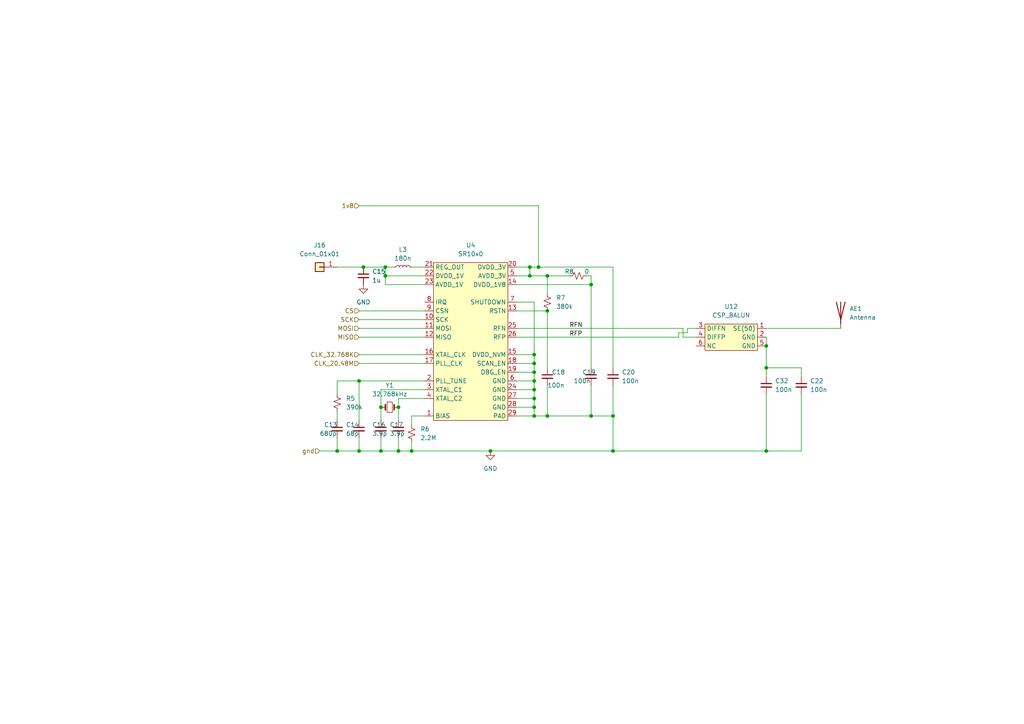
<source format=kicad_sch>
(kicad_sch
	(version 20231120)
	(generator "eeschema")
	(generator_version "8.0")
	(uuid "e7946b4b-d724-4f4f-9ffe-baea7140b82a")
	(paper "A4")
	(lib_symbols
		(symbol "0_kicad_custom_symbols:CSP_BALUN"
			(exclude_from_sim no)
			(in_bom yes)
			(on_board yes)
			(property "Reference" "U"
				(at 0 5.08 0)
				(effects
					(font
						(size 1.27 1.27)
					)
				)
			)
			(property "Value" "CSP_BALUN"
				(at 0 5.08 0)
				(effects
					(font
						(size 1.27 1.27)
					)
				)
			)
			(property "Footprint" ""
				(at 0 5.08 0)
				(effects
					(font
						(size 1.27 1.27)
					)
					(hide yes)
				)
			)
			(property "Datasheet" ""
				(at 0 5.08 0)
				(effects
					(font
						(size 1.27 1.27)
					)
					(hide yes)
				)
			)
			(property "Description" ""
				(at 0 0 0)
				(effects
					(font
						(size 1.27 1.27)
					)
					(hide yes)
				)
			)
			(symbol "CSP_BALUN_0_0"
				(pin unspecified line
					(at 10.16 2.54 180)
					(length 2.54)
					(name "SE(50)"
						(effects
							(font
								(size 1.27 1.27)
							)
						)
					)
					(number "1"
						(effects
							(font
								(size 1.27 1.27)
							)
						)
					)
				)
				(pin unspecified line
					(at 10.16 0 180)
					(length 2.54)
					(name "GND"
						(effects
							(font
								(size 1.27 1.27)
							)
						)
					)
					(number "2"
						(effects
							(font
								(size 1.27 1.27)
							)
						)
					)
				)
				(pin unspecified line
					(at -10.16 2.54 0)
					(length 2.54)
					(name "DIFFN"
						(effects
							(font
								(size 1.27 1.27)
							)
						)
					)
					(number "3"
						(effects
							(font
								(size 1.27 1.27)
							)
						)
					)
				)
				(pin unspecified line
					(at -10.16 0 0)
					(length 2.54)
					(name "DIFFP"
						(effects
							(font
								(size 1.27 1.27)
							)
						)
					)
					(number "4"
						(effects
							(font
								(size 1.27 1.27)
							)
						)
					)
				)
				(pin unspecified line
					(at 10.16 -2.54 180)
					(length 2.54)
					(name "GND"
						(effects
							(font
								(size 1.27 1.27)
							)
						)
					)
					(number "5"
						(effects
							(font
								(size 1.27 1.27)
							)
						)
					)
				)
				(pin unspecified line
					(at -10.16 -2.54 0)
					(length 2.54)
					(name "NC"
						(effects
							(font
								(size 1.27 1.27)
							)
						)
					)
					(number "6"
						(effects
							(font
								(size 1.27 1.27)
							)
						)
					)
				)
			)
			(symbol "CSP_BALUN_0_1"
				(rectangle
					(start -7.62 -3.81)
					(end 7.62 3.81)
					(stroke
						(width 0)
						(type default)
					)
					(fill
						(type background)
					)
				)
			)
		)
		(symbol "0_kicad_custom_symbols:SR10x0"
			(exclude_from_sim no)
			(in_bom yes)
			(on_board yes)
			(property "Reference" "U"
				(at 0 25.4 0)
				(effects
					(font
						(size 1.27 1.27)
					)
				)
			)
			(property "Value" "SR10x0"
				(at 0 22.86 0)
				(effects
					(font
						(size 1.27 1.27)
					)
				)
			)
			(property "Footprint" ""
				(at 0 7.62 0)
				(effects
					(font
						(size 1.27 1.27)
					)
					(hide yes)
				)
			)
			(property "Datasheet" ""
				(at 0 7.62 0)
				(effects
					(font
						(size 1.27 1.27)
					)
					(hide yes)
				)
			)
			(property "Description" ""
				(at 0 0 0)
				(effects
					(font
						(size 1.27 1.27)
					)
					(hide yes)
				)
			)
			(symbol "SR10x0_0_0"
				(pin unspecified line
					(at -12.7 -22.86 0)
					(length 2.54)
					(name "BIAS"
						(effects
							(font
								(size 1.27 1.27)
							)
						)
					)
					(number "1"
						(effects
							(font
								(size 1.27 1.27)
							)
						)
					)
				)
				(pin unspecified line
					(at -12.7 5.08 0)
					(length 2.54)
					(name "SCK"
						(effects
							(font
								(size 1.27 1.27)
							)
						)
					)
					(number "10"
						(effects
							(font
								(size 1.27 1.27)
							)
						)
					)
				)
				(pin unspecified line
					(at -12.7 2.54 0)
					(length 2.54)
					(name "MOSI"
						(effects
							(font
								(size 1.27 1.27)
							)
						)
					)
					(number "11"
						(effects
							(font
								(size 1.27 1.27)
							)
						)
					)
				)
				(pin unspecified line
					(at -12.7 0 0)
					(length 2.54)
					(name "MISO"
						(effects
							(font
								(size 1.27 1.27)
							)
						)
					)
					(number "12"
						(effects
							(font
								(size 1.27 1.27)
							)
						)
					)
				)
				(pin unspecified line
					(at 13.97 7.62 180)
					(length 2.54)
					(name "RSTN"
						(effects
							(font
								(size 1.27 1.27)
							)
						)
					)
					(number "13"
						(effects
							(font
								(size 1.27 1.27)
							)
						)
					)
				)
				(pin unspecified line
					(at 13.97 15.24 180)
					(length 2.54)
					(name "DVDD_1V8"
						(effects
							(font
								(size 1.27 1.27)
							)
						)
					)
					(number "14"
						(effects
							(font
								(size 1.27 1.27)
							)
						)
					)
				)
				(pin unspecified line
					(at 13.97 -5.08 180)
					(length 2.54)
					(name "DVDD_NVM"
						(effects
							(font
								(size 1.27 1.27)
							)
						)
					)
					(number "15"
						(effects
							(font
								(size 1.27 1.27)
							)
						)
					)
				)
				(pin unspecified line
					(at -12.7 -5.08 0)
					(length 2.54)
					(name "XTAL_CLK"
						(effects
							(font
								(size 1.27 1.27)
							)
						)
					)
					(number "16"
						(effects
							(font
								(size 1.27 1.27)
							)
						)
					)
				)
				(pin unspecified line
					(at -12.7 -7.62 0)
					(length 2.54)
					(name "PLL_CLK"
						(effects
							(font
								(size 1.27 1.27)
							)
						)
					)
					(number "17"
						(effects
							(font
								(size 1.27 1.27)
							)
						)
					)
				)
				(pin unspecified line
					(at 13.97 -7.62 180)
					(length 2.54)
					(name "SCAN_EN"
						(effects
							(font
								(size 1.27 1.27)
							)
						)
					)
					(number "18"
						(effects
							(font
								(size 1.27 1.27)
							)
						)
					)
				)
				(pin unspecified line
					(at 13.97 -10.16 180)
					(length 2.54)
					(name "DBG_EN"
						(effects
							(font
								(size 1.27 1.27)
							)
						)
					)
					(number "19"
						(effects
							(font
								(size 1.27 1.27)
							)
						)
					)
				)
				(pin unspecified line
					(at -12.7 -12.7 0)
					(length 2.54)
					(name "PLL_TUNE"
						(effects
							(font
								(size 1.27 1.27)
							)
						)
					)
					(number "2"
						(effects
							(font
								(size 1.27 1.27)
							)
						)
					)
				)
				(pin unspecified line
					(at 13.97 20.32 180)
					(length 2.54)
					(name "DVDD_3V"
						(effects
							(font
								(size 1.27 1.27)
							)
						)
					)
					(number "20"
						(effects
							(font
								(size 1.27 1.27)
							)
						)
					)
				)
				(pin unspecified line
					(at -12.7 20.32 0)
					(length 2.54)
					(name "REG_OUT"
						(effects
							(font
								(size 1.27 1.27)
							)
						)
					)
					(number "21"
						(effects
							(font
								(size 1.27 1.27)
							)
						)
					)
				)
				(pin unspecified line
					(at -12.7 17.78 0)
					(length 2.54)
					(name "DVDD_1V"
						(effects
							(font
								(size 1.27 1.27)
							)
						)
					)
					(number "22"
						(effects
							(font
								(size 1.27 1.27)
							)
						)
					)
				)
				(pin unspecified line
					(at -12.7 15.24 0)
					(length 2.54)
					(name "AVDD_1V"
						(effects
							(font
								(size 1.27 1.27)
							)
						)
					)
					(number "23"
						(effects
							(font
								(size 1.27 1.27)
							)
						)
					)
				)
				(pin unspecified line
					(at 13.97 -15.24 180)
					(length 2.54)
					(name "GND"
						(effects
							(font
								(size 1.27 1.27)
							)
						)
					)
					(number "24"
						(effects
							(font
								(size 1.27 1.27)
							)
						)
					)
				)
				(pin unspecified line
					(at 13.97 2.54 180)
					(length 2.54)
					(name "RFN"
						(effects
							(font
								(size 1.27 1.27)
							)
						)
					)
					(number "25"
						(effects
							(font
								(size 1.27 1.27)
							)
						)
					)
				)
				(pin unspecified line
					(at 13.97 0 180)
					(length 2.54)
					(name "RFP"
						(effects
							(font
								(size 1.27 1.27)
							)
						)
					)
					(number "26"
						(effects
							(font
								(size 1.27 1.27)
							)
						)
					)
				)
				(pin unspecified line
					(at 13.97 -17.78 180)
					(length 2.54)
					(name "GND"
						(effects
							(font
								(size 1.27 1.27)
							)
						)
					)
					(number "27"
						(effects
							(font
								(size 1.27 1.27)
							)
						)
					)
				)
				(pin unspecified line
					(at 13.97 -20.32 180)
					(length 2.54)
					(name "GND"
						(effects
							(font
								(size 1.27 1.27)
							)
						)
					)
					(number "28"
						(effects
							(font
								(size 1.27 1.27)
							)
						)
					)
				)
				(pin unspecified line
					(at 13.97 -22.86 180)
					(length 2.54)
					(name "PAD"
						(effects
							(font
								(size 1.27 1.27)
							)
						)
					)
					(number "29"
						(effects
							(font
								(size 1.27 1.27)
							)
						)
					)
				)
				(pin unspecified line
					(at -12.7 -15.24 0)
					(length 2.54)
					(name "XTAL_C1"
						(effects
							(font
								(size 1.27 1.27)
							)
						)
					)
					(number "3"
						(effects
							(font
								(size 1.27 1.27)
							)
						)
					)
				)
				(pin unspecified line
					(at -12.7 -17.78 0)
					(length 2.54)
					(name "XTAL_C2"
						(effects
							(font
								(size 1.27 1.27)
							)
						)
					)
					(number "4"
						(effects
							(font
								(size 1.27 1.27)
							)
						)
					)
				)
				(pin unspecified line
					(at 13.97 17.78 180)
					(length 2.54)
					(name "AVDD_3V"
						(effects
							(font
								(size 1.27 1.27)
							)
						)
					)
					(number "5"
						(effects
							(font
								(size 1.27 1.27)
							)
						)
					)
				)
				(pin unspecified line
					(at 13.97 -12.7 180)
					(length 2.54)
					(name "GND"
						(effects
							(font
								(size 1.27 1.27)
							)
						)
					)
					(number "6"
						(effects
							(font
								(size 1.27 1.27)
							)
						)
					)
				)
				(pin unspecified line
					(at 13.97 10.16 180)
					(length 2.54)
					(name "SHUTDOWN"
						(effects
							(font
								(size 1.27 1.27)
							)
						)
					)
					(number "7"
						(effects
							(font
								(size 1.27 1.27)
							)
						)
					)
				)
				(pin unspecified line
					(at -12.7 10.16 0)
					(length 2.54)
					(name "IRQ"
						(effects
							(font
								(size 1.27 1.27)
							)
						)
					)
					(number "8"
						(effects
							(font
								(size 1.27 1.27)
							)
						)
					)
				)
				(pin unspecified line
					(at -12.7 7.62 0)
					(length 2.54)
					(name "CSN"
						(effects
							(font
								(size 1.27 1.27)
							)
						)
					)
					(number "9"
						(effects
							(font
								(size 1.27 1.27)
							)
						)
					)
				)
			)
			(symbol "SR10x0_0_1"
				(rectangle
					(start -10.16 -24.13)
					(end 11.43 21.59)
					(stroke
						(width 0)
						(type default)
					)
					(fill
						(type background)
					)
				)
			)
		)
		(symbol "Connector_Generic:Conn_01x01"
			(pin_names
				(offset 1.016) hide)
			(exclude_from_sim no)
			(in_bom yes)
			(on_board yes)
			(property "Reference" "J"
				(at 0 2.54 0)
				(effects
					(font
						(size 1.27 1.27)
					)
				)
			)
			(property "Value" "Conn_01x01"
				(at 0 -2.54 0)
				(effects
					(font
						(size 1.27 1.27)
					)
				)
			)
			(property "Footprint" ""
				(at 0 0 0)
				(effects
					(font
						(size 1.27 1.27)
					)
					(hide yes)
				)
			)
			(property "Datasheet" "~"
				(at 0 0 0)
				(effects
					(font
						(size 1.27 1.27)
					)
					(hide yes)
				)
			)
			(property "Description" "Generic connector, single row, 01x01, script generated (kicad-library-utils/schlib/autogen/connector/)"
				(at 0 0 0)
				(effects
					(font
						(size 1.27 1.27)
					)
					(hide yes)
				)
			)
			(property "ki_keywords" "connector"
				(at 0 0 0)
				(effects
					(font
						(size 1.27 1.27)
					)
					(hide yes)
				)
			)
			(property "ki_fp_filters" "Connector*:*_1x??_*"
				(at 0 0 0)
				(effects
					(font
						(size 1.27 1.27)
					)
					(hide yes)
				)
			)
			(symbol "Conn_01x01_1_1"
				(rectangle
					(start -1.27 0.127)
					(end 0 -0.127)
					(stroke
						(width 0.1524)
						(type default)
					)
					(fill
						(type none)
					)
				)
				(rectangle
					(start -1.27 1.27)
					(end 1.27 -1.27)
					(stroke
						(width 0.254)
						(type default)
					)
					(fill
						(type background)
					)
				)
				(pin passive line
					(at -5.08 0 0)
					(length 3.81)
					(name "Pin_1"
						(effects
							(font
								(size 1.27 1.27)
							)
						)
					)
					(number "1"
						(effects
							(font
								(size 1.27 1.27)
							)
						)
					)
				)
			)
		)
		(symbol "Device:Antenna"
			(pin_numbers hide)
			(pin_names
				(offset 1.016) hide)
			(exclude_from_sim no)
			(in_bom yes)
			(on_board yes)
			(property "Reference" "AE"
				(at -1.905 1.905 0)
				(effects
					(font
						(size 1.27 1.27)
					)
					(justify right)
				)
			)
			(property "Value" "Antenna"
				(at -1.905 0 0)
				(effects
					(font
						(size 1.27 1.27)
					)
					(justify right)
				)
			)
			(property "Footprint" ""
				(at 0 0 0)
				(effects
					(font
						(size 1.27 1.27)
					)
					(hide yes)
				)
			)
			(property "Datasheet" "~"
				(at 0 0 0)
				(effects
					(font
						(size 1.27 1.27)
					)
					(hide yes)
				)
			)
			(property "Description" "Antenna"
				(at 0 0 0)
				(effects
					(font
						(size 1.27 1.27)
					)
					(hide yes)
				)
			)
			(property "ki_keywords" "antenna"
				(at 0 0 0)
				(effects
					(font
						(size 1.27 1.27)
					)
					(hide yes)
				)
			)
			(symbol "Antenna_0_1"
				(polyline
					(pts
						(xy 0 2.54) (xy 0 -3.81)
					)
					(stroke
						(width 0.254)
						(type default)
					)
					(fill
						(type none)
					)
				)
				(polyline
					(pts
						(xy 1.27 2.54) (xy 0 -2.54) (xy -1.27 2.54)
					)
					(stroke
						(width 0.254)
						(type default)
					)
					(fill
						(type none)
					)
				)
			)
			(symbol "Antenna_1_1"
				(pin input line
					(at 0 -5.08 90)
					(length 2.54)
					(name "A"
						(effects
							(font
								(size 1.27 1.27)
							)
						)
					)
					(number "1"
						(effects
							(font
								(size 1.27 1.27)
							)
						)
					)
				)
			)
		)
		(symbol "Device:C_Small"
			(pin_numbers hide)
			(pin_names
				(offset 0.254) hide)
			(exclude_from_sim no)
			(in_bom yes)
			(on_board yes)
			(property "Reference" "C"
				(at 0.254 1.778 0)
				(effects
					(font
						(size 1.27 1.27)
					)
					(justify left)
				)
			)
			(property "Value" "C_Small"
				(at 0.254 -2.032 0)
				(effects
					(font
						(size 1.27 1.27)
					)
					(justify left)
				)
			)
			(property "Footprint" ""
				(at 0 0 0)
				(effects
					(font
						(size 1.27 1.27)
					)
					(hide yes)
				)
			)
			(property "Datasheet" "~"
				(at 0 0 0)
				(effects
					(font
						(size 1.27 1.27)
					)
					(hide yes)
				)
			)
			(property "Description" "Unpolarized capacitor, small symbol"
				(at 0 0 0)
				(effects
					(font
						(size 1.27 1.27)
					)
					(hide yes)
				)
			)
			(property "ki_keywords" "capacitor cap"
				(at 0 0 0)
				(effects
					(font
						(size 1.27 1.27)
					)
					(hide yes)
				)
			)
			(property "ki_fp_filters" "C_*"
				(at 0 0 0)
				(effects
					(font
						(size 1.27 1.27)
					)
					(hide yes)
				)
			)
			(symbol "C_Small_0_1"
				(polyline
					(pts
						(xy -1.524 -0.508) (xy 1.524 -0.508)
					)
					(stroke
						(width 0.3302)
						(type default)
					)
					(fill
						(type none)
					)
				)
				(polyline
					(pts
						(xy -1.524 0.508) (xy 1.524 0.508)
					)
					(stroke
						(width 0.3048)
						(type default)
					)
					(fill
						(type none)
					)
				)
			)
			(symbol "C_Small_1_1"
				(pin passive line
					(at 0 2.54 270)
					(length 2.032)
					(name "~"
						(effects
							(font
								(size 1.27 1.27)
							)
						)
					)
					(number "1"
						(effects
							(font
								(size 1.27 1.27)
							)
						)
					)
				)
				(pin passive line
					(at 0 -2.54 90)
					(length 2.032)
					(name "~"
						(effects
							(font
								(size 1.27 1.27)
							)
						)
					)
					(number "2"
						(effects
							(font
								(size 1.27 1.27)
							)
						)
					)
				)
			)
		)
		(symbol "Device:Crystal_Small"
			(pin_numbers hide)
			(pin_names
				(offset 1.016) hide)
			(exclude_from_sim no)
			(in_bom yes)
			(on_board yes)
			(property "Reference" "Y"
				(at 0 2.54 0)
				(effects
					(font
						(size 1.27 1.27)
					)
				)
			)
			(property "Value" "Crystal_Small"
				(at 0 -2.54 0)
				(effects
					(font
						(size 1.27 1.27)
					)
				)
			)
			(property "Footprint" ""
				(at 0 0 0)
				(effects
					(font
						(size 1.27 1.27)
					)
					(hide yes)
				)
			)
			(property "Datasheet" "~"
				(at 0 0 0)
				(effects
					(font
						(size 1.27 1.27)
					)
					(hide yes)
				)
			)
			(property "Description" "Two pin crystal, small symbol"
				(at 0 0 0)
				(effects
					(font
						(size 1.27 1.27)
					)
					(hide yes)
				)
			)
			(property "ki_keywords" "quartz ceramic resonator oscillator"
				(at 0 0 0)
				(effects
					(font
						(size 1.27 1.27)
					)
					(hide yes)
				)
			)
			(property "ki_fp_filters" "Crystal*"
				(at 0 0 0)
				(effects
					(font
						(size 1.27 1.27)
					)
					(hide yes)
				)
			)
			(symbol "Crystal_Small_0_1"
				(rectangle
					(start -0.762 -1.524)
					(end 0.762 1.524)
					(stroke
						(width 0)
						(type default)
					)
					(fill
						(type none)
					)
				)
				(polyline
					(pts
						(xy -1.27 -0.762) (xy -1.27 0.762)
					)
					(stroke
						(width 0.381)
						(type default)
					)
					(fill
						(type none)
					)
				)
				(polyline
					(pts
						(xy 1.27 -0.762) (xy 1.27 0.762)
					)
					(stroke
						(width 0.381)
						(type default)
					)
					(fill
						(type none)
					)
				)
			)
			(symbol "Crystal_Small_1_1"
				(pin passive line
					(at -2.54 0 0)
					(length 1.27)
					(name "1"
						(effects
							(font
								(size 1.27 1.27)
							)
						)
					)
					(number "1"
						(effects
							(font
								(size 1.27 1.27)
							)
						)
					)
				)
				(pin passive line
					(at 2.54 0 180)
					(length 1.27)
					(name "2"
						(effects
							(font
								(size 1.27 1.27)
							)
						)
					)
					(number "2"
						(effects
							(font
								(size 1.27 1.27)
							)
						)
					)
				)
			)
		)
		(symbol "Device:L_Small"
			(pin_numbers hide)
			(pin_names
				(offset 0.254) hide)
			(exclude_from_sim no)
			(in_bom yes)
			(on_board yes)
			(property "Reference" "L"
				(at 0.762 1.016 0)
				(effects
					(font
						(size 1.27 1.27)
					)
					(justify left)
				)
			)
			(property "Value" "L_Small"
				(at 0.762 -1.016 0)
				(effects
					(font
						(size 1.27 1.27)
					)
					(justify left)
				)
			)
			(property "Footprint" ""
				(at 0 0 0)
				(effects
					(font
						(size 1.27 1.27)
					)
					(hide yes)
				)
			)
			(property "Datasheet" "~"
				(at 0 0 0)
				(effects
					(font
						(size 1.27 1.27)
					)
					(hide yes)
				)
			)
			(property "Description" "Inductor, small symbol"
				(at 0 0 0)
				(effects
					(font
						(size 1.27 1.27)
					)
					(hide yes)
				)
			)
			(property "ki_keywords" "inductor choke coil reactor magnetic"
				(at 0 0 0)
				(effects
					(font
						(size 1.27 1.27)
					)
					(hide yes)
				)
			)
			(property "ki_fp_filters" "Choke_* *Coil* Inductor_* L_*"
				(at 0 0 0)
				(effects
					(font
						(size 1.27 1.27)
					)
					(hide yes)
				)
			)
			(symbol "L_Small_0_1"
				(arc
					(start 0 -2.032)
					(mid 0.5058 -1.524)
					(end 0 -1.016)
					(stroke
						(width 0)
						(type default)
					)
					(fill
						(type none)
					)
				)
				(arc
					(start 0 -1.016)
					(mid 0.5058 -0.508)
					(end 0 0)
					(stroke
						(width 0)
						(type default)
					)
					(fill
						(type none)
					)
				)
				(arc
					(start 0 0)
					(mid 0.5058 0.508)
					(end 0 1.016)
					(stroke
						(width 0)
						(type default)
					)
					(fill
						(type none)
					)
				)
				(arc
					(start 0 1.016)
					(mid 0.5058 1.524)
					(end 0 2.032)
					(stroke
						(width 0)
						(type default)
					)
					(fill
						(type none)
					)
				)
			)
			(symbol "L_Small_1_1"
				(pin passive line
					(at 0 2.54 270)
					(length 0.508)
					(name "~"
						(effects
							(font
								(size 1.27 1.27)
							)
						)
					)
					(number "1"
						(effects
							(font
								(size 1.27 1.27)
							)
						)
					)
				)
				(pin passive line
					(at 0 -2.54 90)
					(length 0.508)
					(name "~"
						(effects
							(font
								(size 1.27 1.27)
							)
						)
					)
					(number "2"
						(effects
							(font
								(size 1.27 1.27)
							)
						)
					)
				)
			)
		)
		(symbol "Device:R_Small_US"
			(pin_numbers hide)
			(pin_names
				(offset 0.254) hide)
			(exclude_from_sim no)
			(in_bom yes)
			(on_board yes)
			(property "Reference" "R"
				(at 0.762 0.508 0)
				(effects
					(font
						(size 1.27 1.27)
					)
					(justify left)
				)
			)
			(property "Value" "R_Small_US"
				(at 0.762 -1.016 0)
				(effects
					(font
						(size 1.27 1.27)
					)
					(justify left)
				)
			)
			(property "Footprint" ""
				(at 0 0 0)
				(effects
					(font
						(size 1.27 1.27)
					)
					(hide yes)
				)
			)
			(property "Datasheet" "~"
				(at 0 0 0)
				(effects
					(font
						(size 1.27 1.27)
					)
					(hide yes)
				)
			)
			(property "Description" "Resistor, small US symbol"
				(at 0 0 0)
				(effects
					(font
						(size 1.27 1.27)
					)
					(hide yes)
				)
			)
			(property "ki_keywords" "r resistor"
				(at 0 0 0)
				(effects
					(font
						(size 1.27 1.27)
					)
					(hide yes)
				)
			)
			(property "ki_fp_filters" "R_*"
				(at 0 0 0)
				(effects
					(font
						(size 1.27 1.27)
					)
					(hide yes)
				)
			)
			(symbol "R_Small_US_1_1"
				(polyline
					(pts
						(xy 0 0) (xy 1.016 -0.381) (xy 0 -0.762) (xy -1.016 -1.143) (xy 0 -1.524)
					)
					(stroke
						(width 0)
						(type default)
					)
					(fill
						(type none)
					)
				)
				(polyline
					(pts
						(xy 0 1.524) (xy 1.016 1.143) (xy 0 0.762) (xy -1.016 0.381) (xy 0 0)
					)
					(stroke
						(width 0)
						(type default)
					)
					(fill
						(type none)
					)
				)
				(pin passive line
					(at 0 2.54 270)
					(length 1.016)
					(name "~"
						(effects
							(font
								(size 1.27 1.27)
							)
						)
					)
					(number "1"
						(effects
							(font
								(size 1.27 1.27)
							)
						)
					)
				)
				(pin passive line
					(at 0 -2.54 90)
					(length 1.016)
					(name "~"
						(effects
							(font
								(size 1.27 1.27)
							)
						)
					)
					(number "2"
						(effects
							(font
								(size 1.27 1.27)
							)
						)
					)
				)
			)
		)
		(symbol "power:GND"
			(power)
			(pin_names
				(offset 0)
			)
			(exclude_from_sim no)
			(in_bom yes)
			(on_board yes)
			(property "Reference" "#PWR"
				(at 0 -6.35 0)
				(effects
					(font
						(size 1.27 1.27)
					)
					(hide yes)
				)
			)
			(property "Value" "GND"
				(at 0 -3.81 0)
				(effects
					(font
						(size 1.27 1.27)
					)
				)
			)
			(property "Footprint" ""
				(at 0 0 0)
				(effects
					(font
						(size 1.27 1.27)
					)
					(hide yes)
				)
			)
			(property "Datasheet" ""
				(at 0 0 0)
				(effects
					(font
						(size 1.27 1.27)
					)
					(hide yes)
				)
			)
			(property "Description" "Power symbol creates a global label with name \"GND\" , ground"
				(at 0 0 0)
				(effects
					(font
						(size 1.27 1.27)
					)
					(hide yes)
				)
			)
			(property "ki_keywords" "power-flag"
				(at 0 0 0)
				(effects
					(font
						(size 1.27 1.27)
					)
					(hide yes)
				)
			)
			(symbol "GND_0_1"
				(polyline
					(pts
						(xy 0 0) (xy 0 -1.27) (xy 1.27 -1.27) (xy 0 -2.54) (xy -1.27 -1.27) (xy 0 -1.27)
					)
					(stroke
						(width 0)
						(type default)
					)
					(fill
						(type none)
					)
				)
			)
			(symbol "GND_1_1"
				(pin power_in line
					(at 0 0 270)
					(length 0) hide
					(name "GND"
						(effects
							(font
								(size 1.27 1.27)
							)
						)
					)
					(number "1"
						(effects
							(font
								(size 1.27 1.27)
							)
						)
					)
				)
			)
		)
	)
	(junction
		(at 142.24 130.81)
		(diameter 0)
		(color 0 0 0 0)
		(uuid "0151bf30-1148-42cb-a685-6ed8c7c18eef")
	)
	(junction
		(at 177.8 120.65)
		(diameter 0)
		(color 0 0 0 0)
		(uuid "03b4c98f-f707-4f91-8ebb-28ee1990da44")
	)
	(junction
		(at 97.79 130.81)
		(diameter 0)
		(color 0 0 0 0)
		(uuid "076ec102-1264-42f9-b892-abc9c2acc57a")
	)
	(junction
		(at 153.67 77.47)
		(diameter 0)
		(color 0 0 0 0)
		(uuid "0f254a28-cd43-46c2-bb88-57fead51249a")
	)
	(junction
		(at 154.94 107.95)
		(diameter 0)
		(color 0 0 0 0)
		(uuid "0ff9b227-0bcb-4bda-9065-85195e7aec51")
	)
	(junction
		(at 111.76 80.01)
		(diameter 0)
		(color 0 0 0 0)
		(uuid "12da2731-4840-4556-a958-899e3d0e1d29")
	)
	(junction
		(at 115.57 130.81)
		(diameter 0)
		(color 0 0 0 0)
		(uuid "1b7cd628-6a23-4750-9d37-9cfc125333ae")
	)
	(junction
		(at 154.94 115.57)
		(diameter 0)
		(color 0 0 0 0)
		(uuid "21f367dd-3ad1-4874-9a8c-06bec15cd162")
	)
	(junction
		(at 153.67 80.01)
		(diameter 0)
		(color 0 0 0 0)
		(uuid "24b65d01-c9a5-4c81-a0c0-420a87798652")
	)
	(junction
		(at 111.76 77.47)
		(diameter 0)
		(color 0 0 0 0)
		(uuid "4b1401a7-a888-4efa-9ab1-169788a4344c")
	)
	(junction
		(at 222.25 100.33)
		(diameter 0)
		(color 0 0 0 0)
		(uuid "529124f2-f1ed-4f2d-a803-a5a134dc6aec")
	)
	(junction
		(at 154.94 120.65)
		(diameter 0)
		(color 0 0 0 0)
		(uuid "53ffe0a9-2097-4e7d-a769-6bcc949bc75a")
	)
	(junction
		(at 222.25 130.81)
		(diameter 0)
		(color 0 0 0 0)
		(uuid "62531e61-5518-4cc2-afc0-8a041587e8a8")
	)
	(junction
		(at 110.49 118.11)
		(diameter 0)
		(color 0 0 0 0)
		(uuid "77e5169f-0ea3-4de8-adfb-6176e496a736")
	)
	(junction
		(at 222.25 106.68)
		(diameter 0)
		(color 0 0 0 0)
		(uuid "7f3eacdb-7708-40d8-9bfe-1199b8e84fe0")
	)
	(junction
		(at 158.75 120.65)
		(diameter 0)
		(color 0 0 0 0)
		(uuid "8143b7f5-936d-433c-a2d0-41bde8b42601")
	)
	(junction
		(at 104.14 110.49)
		(diameter 0)
		(color 0 0 0 0)
		(uuid "8a250c79-2911-4df5-8df4-0fccf38813a1")
	)
	(junction
		(at 154.94 105.41)
		(diameter 0)
		(color 0 0 0 0)
		(uuid "8ac69a1a-a871-4950-9b25-abfb8319af1a")
	)
	(junction
		(at 156.21 77.47)
		(diameter 0)
		(color 0 0 0 0)
		(uuid "928d7cfe-9920-4cfb-ac23-984180b54bde")
	)
	(junction
		(at 154.94 118.11)
		(diameter 0)
		(color 0 0 0 0)
		(uuid "94be8abc-09f0-45be-8d7b-a1c96b414f9a")
	)
	(junction
		(at 104.14 130.81)
		(diameter 0)
		(color 0 0 0 0)
		(uuid "9de57010-2301-4135-bfe5-758ae0dd931e")
	)
	(junction
		(at 171.45 120.65)
		(diameter 0)
		(color 0 0 0 0)
		(uuid "9fc8db6b-9197-4af4-8038-3cf5d1675576")
	)
	(junction
		(at 105.41 77.47)
		(diameter 0)
		(color 0 0 0 0)
		(uuid "a148bb97-7cb1-4693-80d8-f0fc1c631a41")
	)
	(junction
		(at 171.45 82.55)
		(diameter 0)
		(color 0 0 0 0)
		(uuid "a2f39c5a-96f1-46fd-9310-ca8f6ecd3d0b")
	)
	(junction
		(at 119.38 130.81)
		(diameter 0)
		(color 0 0 0 0)
		(uuid "aba79e4e-c43e-4138-ac15-ab95c2a04479")
	)
	(junction
		(at 154.94 113.03)
		(diameter 0)
		(color 0 0 0 0)
		(uuid "b95683a8-81d2-4480-bba0-af0d442afd65")
	)
	(junction
		(at 177.8 130.81)
		(diameter 0)
		(color 0 0 0 0)
		(uuid "bb24c6b0-69e9-4ac6-8159-033c3804f0bf")
	)
	(junction
		(at 158.75 90.17)
		(diameter 0)
		(color 0 0 0 0)
		(uuid "bef3e79c-2d7f-4113-b2d4-1830adb75967")
	)
	(junction
		(at 158.75 80.01)
		(diameter 0)
		(color 0 0 0 0)
		(uuid "c02f07d6-c465-4869-b870-6e4291fb3c7f")
	)
	(junction
		(at 154.94 110.49)
		(diameter 0)
		(color 0 0 0 0)
		(uuid "c7fcc16b-9931-4f99-ba43-89ccb2e04372")
	)
	(junction
		(at 115.57 118.11)
		(diameter 0)
		(color 0 0 0 0)
		(uuid "c894df66-1fe0-412c-98d9-29965ea89b30")
	)
	(junction
		(at 110.49 130.81)
		(diameter 0)
		(color 0 0 0 0)
		(uuid "ed921c6f-8d9e-46f5-a9c5-0c7acb2ad24a")
	)
	(junction
		(at 154.94 102.87)
		(diameter 0)
		(color 0 0 0 0)
		(uuid "ee1efdd4-81e2-4b00-93d9-5ddb8a358136")
	)
	(wire
		(pts
			(xy 149.86 90.17) (xy 158.75 90.17)
		)
		(stroke
			(width 0)
			(type default)
		)
		(uuid "003531f5-59f4-489d-84da-956d52607190")
	)
	(wire
		(pts
			(xy 158.75 120.65) (xy 171.45 120.65)
		)
		(stroke
			(width 0)
			(type default)
		)
		(uuid "05f601fb-1aff-4245-9ca3-1748eaf293f9")
	)
	(wire
		(pts
			(xy 154.94 120.65) (xy 154.94 118.11)
		)
		(stroke
			(width 0)
			(type default)
		)
		(uuid "07c6fef5-aad9-4e6c-baf8-2235d8b33886")
	)
	(wire
		(pts
			(xy 119.38 123.19) (xy 119.38 120.65)
		)
		(stroke
			(width 0)
			(type default)
		)
		(uuid "08204f30-043f-4883-bfcd-bf8672112580")
	)
	(wire
		(pts
			(xy 104.14 97.79) (xy 123.19 97.79)
		)
		(stroke
			(width 0)
			(type default)
		)
		(uuid "0a542213-7863-4f13-8cbf-e8a57115d7c5")
	)
	(wire
		(pts
			(xy 149.86 115.57) (xy 154.94 115.57)
		)
		(stroke
			(width 0)
			(type default)
		)
		(uuid "0b57d041-1042-4975-8f5f-fe935a8663fe")
	)
	(wire
		(pts
			(xy 171.45 82.55) (xy 171.45 80.01)
		)
		(stroke
			(width 0)
			(type default)
		)
		(uuid "0c31a194-5cca-48c4-9d17-bfaeeee60c54")
	)
	(wire
		(pts
			(xy 199.39 95.25) (xy 199.39 96.52)
		)
		(stroke
			(width 0)
			(type default)
		)
		(uuid "12fb66df-760b-4427-b9c9-c551f6f6908b")
	)
	(wire
		(pts
			(xy 222.25 106.68) (xy 222.25 109.22)
		)
		(stroke
			(width 0)
			(type default)
		)
		(uuid "132523bd-dfe1-43ec-80e1-ea5eb3c315d6")
	)
	(wire
		(pts
			(xy 97.79 110.49) (xy 104.14 110.49)
		)
		(stroke
			(width 0)
			(type default)
		)
		(uuid "149fe5e3-c5de-4b00-a4da-9988610fa252")
	)
	(wire
		(pts
			(xy 156.21 77.47) (xy 156.21 59.69)
		)
		(stroke
			(width 0)
			(type default)
		)
		(uuid "15cd9d22-38b9-4f3d-a562-d0644861f6f6")
	)
	(wire
		(pts
			(xy 232.41 106.68) (xy 222.25 106.68)
		)
		(stroke
			(width 0)
			(type default)
		)
		(uuid "1d6e6861-2bac-4bc0-aad3-eb4928a060d1")
	)
	(wire
		(pts
			(xy 149.86 97.79) (xy 196.85 97.79)
		)
		(stroke
			(width 0)
			(type default)
		)
		(uuid "2132b993-0665-4c4e-8feb-2012cd0025e0")
	)
	(wire
		(pts
			(xy 177.8 120.65) (xy 171.45 120.65)
		)
		(stroke
			(width 0)
			(type default)
		)
		(uuid "230e1b32-abd0-42c2-8e2c-4c1ce7b4423f")
	)
	(wire
		(pts
			(xy 115.57 118.11) (xy 115.57 121.92)
		)
		(stroke
			(width 0)
			(type default)
		)
		(uuid "24e0adb2-6d54-47b6-bee3-01d2d039e6dc")
	)
	(wire
		(pts
			(xy 110.49 113.03) (xy 123.19 113.03)
		)
		(stroke
			(width 0)
			(type default)
		)
		(uuid "27eec292-db7f-4d26-82a8-8d97acc6ba2b")
	)
	(wire
		(pts
			(xy 222.25 100.33) (xy 222.25 106.68)
		)
		(stroke
			(width 0)
			(type default)
		)
		(uuid "2a36e0b9-24cc-4e8b-93f2-687062ca23c5")
	)
	(wire
		(pts
			(xy 104.14 130.81) (xy 110.49 130.81)
		)
		(stroke
			(width 0)
			(type default)
		)
		(uuid "2e240f88-7232-4f87-8615-294a7f7734ae")
	)
	(wire
		(pts
			(xy 154.94 120.65) (xy 158.75 120.65)
		)
		(stroke
			(width 0)
			(type default)
		)
		(uuid "3262ce87-8029-4a56-a29a-8089ae6e5a59")
	)
	(wire
		(pts
			(xy 119.38 77.47) (xy 123.19 77.47)
		)
		(stroke
			(width 0)
			(type default)
		)
		(uuid "33b0217c-b4ff-4de1-9261-e34b6ff8a0d3")
	)
	(wire
		(pts
			(xy 170.18 80.01) (xy 171.45 80.01)
		)
		(stroke
			(width 0)
			(type default)
		)
		(uuid "353ab95e-9d39-4510-8c8d-939b71fd1536")
	)
	(wire
		(pts
			(xy 149.86 95.25) (xy 198.12 95.25)
		)
		(stroke
			(width 0)
			(type default)
		)
		(uuid "35470870-0d4e-44be-8ed1-d59b815191f2")
	)
	(wire
		(pts
			(xy 142.24 130.81) (xy 119.38 130.81)
		)
		(stroke
			(width 0)
			(type default)
		)
		(uuid "38816841-5d62-49e6-8088-69d175a2af8e")
	)
	(wire
		(pts
			(xy 222.25 114.3) (xy 222.25 130.81)
		)
		(stroke
			(width 0)
			(type default)
		)
		(uuid "38c093b1-4617-45e2-9acb-5e3781710331")
	)
	(wire
		(pts
			(xy 154.94 107.95) (xy 154.94 110.49)
		)
		(stroke
			(width 0)
			(type default)
		)
		(uuid "39ac3426-5046-49d6-a48c-f54b57a87631")
	)
	(wire
		(pts
			(xy 149.86 120.65) (xy 154.94 120.65)
		)
		(stroke
			(width 0)
			(type default)
		)
		(uuid "3c36da5c-133a-4ed4-8757-815d1812ec18")
	)
	(wire
		(pts
			(xy 104.14 105.41) (xy 123.19 105.41)
		)
		(stroke
			(width 0)
			(type default)
		)
		(uuid "4344b8fd-b142-4fc5-92ce-805de17acedf")
	)
	(wire
		(pts
			(xy 153.67 80.01) (xy 158.75 80.01)
		)
		(stroke
			(width 0)
			(type default)
		)
		(uuid "43fb9cc2-c8c4-4930-a626-6bb50c7b4e96")
	)
	(wire
		(pts
			(xy 111.76 77.47) (xy 114.3 77.47)
		)
		(stroke
			(width 0)
			(type default)
		)
		(uuid "4c670306-2a51-4778-bfe1-475c2b5cf28f")
	)
	(wire
		(pts
			(xy 198.12 95.25) (xy 198.12 97.79)
		)
		(stroke
			(width 0)
			(type default)
		)
		(uuid "522771f7-a928-442e-8ded-b867778ec3d8")
	)
	(wire
		(pts
			(xy 196.85 96.52) (xy 196.85 97.79)
		)
		(stroke
			(width 0)
			(type default)
		)
		(uuid "52f7d1c0-de6a-490f-af2a-2d2970b728f0")
	)
	(wire
		(pts
			(xy 149.86 102.87) (xy 154.94 102.87)
		)
		(stroke
			(width 0)
			(type default)
		)
		(uuid "53c8f187-c4b3-4c43-9643-47f630bf39d5")
	)
	(wire
		(pts
			(xy 104.14 59.69) (xy 156.21 59.69)
		)
		(stroke
			(width 0)
			(type default)
		)
		(uuid "54b7f6f2-e1b4-48a1-87bb-b2ee46dccf2e")
	)
	(wire
		(pts
			(xy 149.86 87.63) (xy 154.94 87.63)
		)
		(stroke
			(width 0)
			(type default)
		)
		(uuid "56cf07a2-050c-47fe-a283-cacd5436e682")
	)
	(wire
		(pts
			(xy 149.86 113.03) (xy 154.94 113.03)
		)
		(stroke
			(width 0)
			(type default)
		)
		(uuid "5a7ea48c-73a4-447c-a454-fe05b3a17726")
	)
	(wire
		(pts
			(xy 156.21 77.47) (xy 177.8 77.47)
		)
		(stroke
			(width 0)
			(type default)
		)
		(uuid "5bbb8cc0-3d42-4dc5-9ff0-d2817a5b9a4d")
	)
	(wire
		(pts
			(xy 111.76 82.55) (xy 123.19 82.55)
		)
		(stroke
			(width 0)
			(type default)
		)
		(uuid "5ed4184e-6fcb-472f-bfbd-58bd0407a79a")
	)
	(wire
		(pts
			(xy 104.14 110.49) (xy 104.14 121.92)
		)
		(stroke
			(width 0)
			(type default)
		)
		(uuid "5f288793-c60e-49a2-b9e2-28022d85963a")
	)
	(wire
		(pts
			(xy 154.94 118.11) (xy 154.94 115.57)
		)
		(stroke
			(width 0)
			(type default)
		)
		(uuid "6061f0a0-0f05-49c7-ad53-a20ab4695e8b")
	)
	(wire
		(pts
			(xy 104.14 102.87) (xy 123.19 102.87)
		)
		(stroke
			(width 0)
			(type default)
		)
		(uuid "69430845-e1d3-4086-9a4e-1d2bb8c20776")
	)
	(wire
		(pts
			(xy 153.67 77.47) (xy 149.86 77.47)
		)
		(stroke
			(width 0)
			(type default)
		)
		(uuid "6aa2b36c-c06c-4e6e-910b-f1d002c87bc0")
	)
	(wire
		(pts
			(xy 115.57 118.11) (xy 115.57 115.57)
		)
		(stroke
			(width 0)
			(type default)
		)
		(uuid "6dacda71-4bb3-4536-8dca-d85264482a57")
	)
	(wire
		(pts
			(xy 97.79 119.38) (xy 97.79 121.92)
		)
		(stroke
			(width 0)
			(type default)
		)
		(uuid "6e0a09bd-4465-4bb4-adf0-d2b77978e48f")
	)
	(wire
		(pts
			(xy 201.93 95.25) (xy 199.39 95.25)
		)
		(stroke
			(width 0)
			(type default)
		)
		(uuid "72a2f90a-1c42-4de4-861f-cdd39e23cf9c")
	)
	(wire
		(pts
			(xy 149.86 80.01) (xy 153.67 80.01)
		)
		(stroke
			(width 0)
			(type default)
		)
		(uuid "73294eab-c39a-49d7-bd83-c38d355a3d16")
	)
	(wire
		(pts
			(xy 104.14 110.49) (xy 123.19 110.49)
		)
		(stroke
			(width 0)
			(type default)
		)
		(uuid "7410eb21-a17d-4c3a-9d1c-66ca6c4e4f8a")
	)
	(wire
		(pts
			(xy 111.76 80.01) (xy 111.76 77.47)
		)
		(stroke
			(width 0)
			(type default)
		)
		(uuid "77c2ac57-10e2-4b38-84f1-379b65329272")
	)
	(wire
		(pts
			(xy 177.8 111.76) (xy 177.8 120.65)
		)
		(stroke
			(width 0)
			(type default)
		)
		(uuid "787c29f9-1dc1-47a0-a5ec-b9b4be77acc7")
	)
	(wire
		(pts
			(xy 177.8 130.81) (xy 142.24 130.81)
		)
		(stroke
			(width 0)
			(type default)
		)
		(uuid "79abc05e-0a2b-49a4-899c-a83d5933629a")
	)
	(wire
		(pts
			(xy 222.25 95.25) (xy 243.84 95.25)
		)
		(stroke
			(width 0)
			(type default)
		)
		(uuid "7af22046-d8b2-4c49-ac5e-060dc6c0fa3d")
	)
	(wire
		(pts
			(xy 97.79 130.81) (xy 104.14 130.81)
		)
		(stroke
			(width 0)
			(type default)
		)
		(uuid "7c791bfb-13c9-4582-ae38-3c130e76d0d3")
	)
	(wire
		(pts
			(xy 119.38 130.81) (xy 119.38 128.27)
		)
		(stroke
			(width 0)
			(type default)
		)
		(uuid "7dea40ad-275e-4356-bed4-ccf3ba29d326")
	)
	(wire
		(pts
			(xy 158.75 90.17) (xy 158.75 106.68)
		)
		(stroke
			(width 0)
			(type default)
		)
		(uuid "7ed24067-a2b8-4196-8aec-58c040b703f6")
	)
	(wire
		(pts
			(xy 154.94 102.87) (xy 154.94 105.41)
		)
		(stroke
			(width 0)
			(type default)
		)
		(uuid "83857c3d-2cbd-4c8e-8c7c-98e34fd467ad")
	)
	(wire
		(pts
			(xy 232.41 114.3) (xy 232.41 130.81)
		)
		(stroke
			(width 0)
			(type default)
		)
		(uuid "84536ecb-424a-41da-b86e-943cd804cae2")
	)
	(wire
		(pts
			(xy 177.8 120.65) (xy 177.8 130.81)
		)
		(stroke
			(width 0)
			(type default)
		)
		(uuid "85cfeb1a-bf37-4808-a748-9565fc1c7347")
	)
	(wire
		(pts
			(xy 222.25 97.79) (xy 222.25 100.33)
		)
		(stroke
			(width 0)
			(type default)
		)
		(uuid "8d2ab680-6343-43c5-8ccb-3ea49634cb52")
	)
	(wire
		(pts
			(xy 97.79 77.47) (xy 105.41 77.47)
		)
		(stroke
			(width 0)
			(type default)
		)
		(uuid "9078d887-2b21-4709-99fb-5f91573623f9")
	)
	(wire
		(pts
			(xy 149.86 105.41) (xy 154.94 105.41)
		)
		(stroke
			(width 0)
			(type default)
		)
		(uuid "92c8f4ba-57a0-4b44-a303-4d654bc72976")
	)
	(wire
		(pts
			(xy 177.8 106.68) (xy 177.8 77.47)
		)
		(stroke
			(width 0)
			(type default)
		)
		(uuid "94088670-ad40-43cc-ae57-791e8cbd3452")
	)
	(wire
		(pts
			(xy 154.94 113.03) (xy 154.94 110.49)
		)
		(stroke
			(width 0)
			(type default)
		)
		(uuid "94089b98-2d82-406f-8a80-337361221ce4")
	)
	(wire
		(pts
			(xy 104.14 92.71) (xy 123.19 92.71)
		)
		(stroke
			(width 0)
			(type default)
		)
		(uuid "9542e327-eba8-46f7-aed4-55ee1c3fc056")
	)
	(wire
		(pts
			(xy 104.14 90.17) (xy 123.19 90.17)
		)
		(stroke
			(width 0)
			(type default)
		)
		(uuid "97d54b80-940f-44e5-bdc3-3b6cea0fb1f2")
	)
	(wire
		(pts
			(xy 199.39 96.52) (xy 196.85 96.52)
		)
		(stroke
			(width 0)
			(type default)
		)
		(uuid "995b7a6c-b6b2-4a3c-8e85-c3efda7643d5")
	)
	(wire
		(pts
			(xy 171.45 111.76) (xy 171.45 120.65)
		)
		(stroke
			(width 0)
			(type default)
		)
		(uuid "9a71fac4-4866-4df6-a57c-bd454b0d4339")
	)
	(wire
		(pts
			(xy 153.67 77.47) (xy 156.21 77.47)
		)
		(stroke
			(width 0)
			(type default)
		)
		(uuid "9ae60c5c-92f3-4f70-834d-25d808b76bb6")
	)
	(wire
		(pts
			(xy 154.94 105.41) (xy 154.94 107.95)
		)
		(stroke
			(width 0)
			(type default)
		)
		(uuid "9e4b97eb-4976-4e38-b382-13dce10abf22")
	)
	(wire
		(pts
			(xy 153.67 80.01) (xy 153.67 77.47)
		)
		(stroke
			(width 0)
			(type default)
		)
		(uuid "a0b5c368-7584-4b36-a252-2bd9a327c91c")
	)
	(wire
		(pts
			(xy 149.86 107.95) (xy 154.94 107.95)
		)
		(stroke
			(width 0)
			(type default)
		)
		(uuid "a37c735a-2152-4ac4-a272-81f2e0f038f5")
	)
	(wire
		(pts
			(xy 104.14 127) (xy 104.14 130.81)
		)
		(stroke
			(width 0)
			(type default)
		)
		(uuid "a580d05d-14a5-4336-9fca-b548086d8f4b")
	)
	(wire
		(pts
			(xy 154.94 110.49) (xy 149.86 110.49)
		)
		(stroke
			(width 0)
			(type default)
		)
		(uuid "a788b7fc-7ef8-478c-b36c-a2a6b077e821")
	)
	(wire
		(pts
			(xy 154.94 115.57) (xy 154.94 113.03)
		)
		(stroke
			(width 0)
			(type default)
		)
		(uuid "b042a06f-b474-47fc-a765-45ecb82c1f65")
	)
	(wire
		(pts
			(xy 110.49 127) (xy 110.49 130.81)
		)
		(stroke
			(width 0)
			(type default)
		)
		(uuid "b076bfca-9ea3-4259-9da1-efe42ed5037f")
	)
	(wire
		(pts
			(xy 92.71 130.81) (xy 97.79 130.81)
		)
		(stroke
			(width 0)
			(type default)
		)
		(uuid "b11424e4-e31d-44b3-b6cf-30c417df2ea5")
	)
	(wire
		(pts
			(xy 158.75 80.01) (xy 158.75 85.09)
		)
		(stroke
			(width 0)
			(type default)
		)
		(uuid "b42e1c8c-9923-4646-80d5-8d1b090d4d24")
	)
	(wire
		(pts
			(xy 104.14 95.25) (xy 123.19 95.25)
		)
		(stroke
			(width 0)
			(type default)
		)
		(uuid "bdc076ad-284d-4a5c-a0f7-e0a1296625c2")
	)
	(wire
		(pts
			(xy 119.38 120.65) (xy 123.19 120.65)
		)
		(stroke
			(width 0)
			(type default)
		)
		(uuid "c070f01a-a44a-4bbe-9d93-4d212e5ac004")
	)
	(wire
		(pts
			(xy 232.41 130.81) (xy 222.25 130.81)
		)
		(stroke
			(width 0)
			(type default)
		)
		(uuid "c82bdd9b-2fd1-4e21-b75a-9e1fd37e9e4e")
	)
	(wire
		(pts
			(xy 149.86 82.55) (xy 171.45 82.55)
		)
		(stroke
			(width 0)
			(type default)
		)
		(uuid "c98df6e3-449c-4e15-ae92-cd773bbd7104")
	)
	(wire
		(pts
			(xy 111.76 80.01) (xy 111.76 82.55)
		)
		(stroke
			(width 0)
			(type default)
		)
		(uuid "ced8cea5-cc58-429e-b4a4-11da3f300118")
	)
	(wire
		(pts
			(xy 115.57 130.81) (xy 119.38 130.81)
		)
		(stroke
			(width 0)
			(type default)
		)
		(uuid "cfa3111f-0202-4412-a89e-1e37cf87f17b")
	)
	(wire
		(pts
			(xy 123.19 80.01) (xy 111.76 80.01)
		)
		(stroke
			(width 0)
			(type default)
		)
		(uuid "d43728df-b095-48b0-a30e-11027ec27355")
	)
	(wire
		(pts
			(xy 97.79 114.3) (xy 97.79 110.49)
		)
		(stroke
			(width 0)
			(type default)
		)
		(uuid "d7cd0b7c-0af1-4621-8144-6cdceda5a7d8")
	)
	(wire
		(pts
			(xy 110.49 130.81) (xy 115.57 130.81)
		)
		(stroke
			(width 0)
			(type default)
		)
		(uuid "db42ed81-ee0b-4c07-be19-9c851ee43f61")
	)
	(wire
		(pts
			(xy 97.79 127) (xy 97.79 130.81)
		)
		(stroke
			(width 0)
			(type default)
		)
		(uuid "e0589db7-dc55-4fd2-81e9-c1e4cd9f4f84")
	)
	(wire
		(pts
			(xy 177.8 130.81) (xy 222.25 130.81)
		)
		(stroke
			(width 0)
			(type default)
		)
		(uuid "e2130da5-6bfd-4cff-a6e0-ce36fa9ed320")
	)
	(wire
		(pts
			(xy 158.75 111.76) (xy 158.75 120.65)
		)
		(stroke
			(width 0)
			(type default)
		)
		(uuid "e3b2b9c5-55bb-4a3c-b09f-8d4b4d3230fb")
	)
	(wire
		(pts
			(xy 115.57 127) (xy 115.57 130.81)
		)
		(stroke
			(width 0)
			(type default)
		)
		(uuid "eb1e94fb-46bf-4309-9aa6-b58f72743675")
	)
	(wire
		(pts
			(xy 149.86 118.11) (xy 154.94 118.11)
		)
		(stroke
			(width 0)
			(type default)
		)
		(uuid "edabf3db-f18a-4100-b4f9-299575a8cc60")
	)
	(wire
		(pts
			(xy 154.94 87.63) (xy 154.94 102.87)
		)
		(stroke
			(width 0)
			(type default)
		)
		(uuid "ee49344d-ea18-46fd-9a12-f5cc3bd87b3e")
	)
	(wire
		(pts
			(xy 110.49 121.92) (xy 110.49 118.11)
		)
		(stroke
			(width 0)
			(type default)
		)
		(uuid "ef9ab9de-65de-453b-92d1-8911d65e0733")
	)
	(wire
		(pts
			(xy 115.57 115.57) (xy 123.19 115.57)
		)
		(stroke
			(width 0)
			(type default)
		)
		(uuid "f1c90a01-d865-4407-8359-f50e1ba5b802")
	)
	(wire
		(pts
			(xy 232.41 109.22) (xy 232.41 106.68)
		)
		(stroke
			(width 0)
			(type default)
		)
		(uuid "f332515c-3d62-46a6-80a1-192c418e6622")
	)
	(wire
		(pts
			(xy 171.45 82.55) (xy 171.45 106.68)
		)
		(stroke
			(width 0)
			(type default)
		)
		(uuid "f50f6d48-e347-424d-ac66-cc75cddda72f")
	)
	(wire
		(pts
			(xy 158.75 80.01) (xy 165.1 80.01)
		)
		(stroke
			(width 0)
			(type default)
		)
		(uuid "f56a09e7-0c3e-4a7b-9e22-02196bcb3e68")
	)
	(wire
		(pts
			(xy 198.12 97.79) (xy 201.93 97.79)
		)
		(stroke
			(width 0)
			(type default)
		)
		(uuid "fb5ab6dd-c31b-4f90-be15-e03aed389487")
	)
	(wire
		(pts
			(xy 105.41 77.47) (xy 111.76 77.47)
		)
		(stroke
			(width 0)
			(type default)
		)
		(uuid "fcd839b8-4e38-4a62-9735-18b2332e1e1b")
	)
	(wire
		(pts
			(xy 110.49 118.11) (xy 110.49 113.03)
		)
		(stroke
			(width 0)
			(type default)
		)
		(uuid "fe9155f7-7886-4354-aff3-85fd3939a5be")
	)
	(label "RFN"
		(at 165.1 95.25 0)
		(fields_autoplaced yes)
		(effects
			(font
				(size 1.27 1.27)
			)
			(justify left bottom)
		)
		(uuid "a68e03da-b674-4fa3-abbd-bf5edfd58541")
	)
	(label "RFP"
		(at 165.1 97.79 0)
		(fields_autoplaced yes)
		(effects
			(font
				(size 1.27 1.27)
			)
			(justify left bottom)
		)
		(uuid "c91af2de-c914-4fd3-97c2-839e6e911ed7")
	)
	(hierarchical_label "MOSI"
		(shape input)
		(at 104.14 95.25 180)
		(fields_autoplaced yes)
		(effects
			(font
				(size 1.27 1.27)
			)
			(justify right)
		)
		(uuid "2bd10789-7467-46b1-87b8-b8e937105913")
	)
	(hierarchical_label "CLK_32.768K"
		(shape input)
		(at 104.14 102.87 180)
		(fields_autoplaced yes)
		(effects
			(font
				(size 1.27 1.27)
			)
			(justify right)
		)
		(uuid "42f5c2c0-5ecf-4fea-8c2f-11ebb127001f")
	)
	(hierarchical_label "1v8"
		(shape input)
		(at 104.14 59.69 180)
		(fields_autoplaced yes)
		(effects
			(font
				(size 1.27 1.27)
			)
			(justify right)
		)
		(uuid "635460c7-29cb-4e3e-a116-d103c01d1a83")
	)
	(hierarchical_label "SCK"
		(shape input)
		(at 104.14 92.71 180)
		(fields_autoplaced yes)
		(effects
			(font
				(size 1.27 1.27)
			)
			(justify right)
		)
		(uuid "641cd7c7-6aff-4c5a-a4ea-2d66cb4939ca")
	)
	(hierarchical_label "MISO"
		(shape input)
		(at 104.14 97.79 180)
		(fields_autoplaced yes)
		(effects
			(font
				(size 1.27 1.27)
			)
			(justify right)
		)
		(uuid "8194092d-63da-4e49-be42-a349938031b2")
	)
	(hierarchical_label "gnd"
		(shape input)
		(at 92.71 130.81 180)
		(fields_autoplaced yes)
		(effects
			(font
				(size 1.27 1.27)
			)
			(justify right)
		)
		(uuid "89623a12-2002-424d-90c5-b0f99624d7de")
	)
	(hierarchical_label "CS"
		(shape input)
		(at 104.14 90.17 180)
		(fields_autoplaced yes)
		(effects
			(font
				(size 1.27 1.27)
			)
			(justify right)
		)
		(uuid "8a1c9936-e4ff-4ba7-b064-e04b2cf114fc")
	)
	(hierarchical_label "CLK_20.48M"
		(shape input)
		(at 104.14 105.41 180)
		(fields_autoplaced yes)
		(effects
			(font
				(size 1.27 1.27)
			)
			(justify right)
		)
		(uuid "fb09536f-d9b6-4e89-9e2d-541d712b1750")
	)
	(symbol
		(lib_id "Device:C_Small")
		(at 177.8 109.22 0)
		(unit 1)
		(exclude_from_sim no)
		(in_bom yes)
		(on_board yes)
		(dnp no)
		(fields_autoplaced yes)
		(uuid "03a1448a-da5b-41e1-adc9-bb24d5cc6f7c")
		(property "Reference" "C20"
			(at 180.34 107.9562 0)
			(effects
				(font
					(size 1.27 1.27)
				)
				(justify left)
			)
		)
		(property "Value" "100n"
			(at 180.34 110.4962 0)
			(effects
				(font
					(size 1.27 1.27)
				)
				(justify left)
			)
		)
		(property "Footprint" "Capacitor_SMD:C_0402_1005Metric"
			(at 177.8 109.22 0)
			(effects
				(font
					(size 1.27 1.27)
				)
				(hide yes)
			)
		)
		(property "Datasheet" "~"
			(at 177.8 109.22 0)
			(effects
				(font
					(size 1.27 1.27)
				)
				(hide yes)
			)
		)
		(property "Description" ""
			(at 177.8 109.22 0)
			(effects
				(font
					(size 1.27 1.27)
				)
				(hide yes)
			)
		)
		(pin "1"
			(uuid "3c27153b-f09c-4ac0-99a7-e9d70edc9e0c")
		)
		(pin "2"
			(uuid "1e91c51c-5a5c-4a10-b9fe-bdc036b6ceb2")
		)
		(instances
			(project "controller test board"
				(path "/e63e39d7-6ac0-4ffd-8aa3-1841a4541b55/6e05a547-6691-433f-b263-8939d6a0bcc0"
					(reference "C20")
					(unit 1)
				)
			)
		)
	)
	(symbol
		(lib_id "Device:R_Small_US")
		(at 97.79 116.84 180)
		(unit 1)
		(exclude_from_sim no)
		(in_bom yes)
		(on_board yes)
		(dnp no)
		(uuid "1400fbd3-386c-4fd5-820f-d860fee974d8")
		(property "Reference" "R5"
			(at 100.33 115.57 0)
			(effects
				(font
					(size 1.27 1.27)
				)
				(justify right)
			)
		)
		(property "Value" "390k"
			(at 100.33 118.1099 0)
			(effects
				(font
					(size 1.27 1.27)
				)
				(justify right)
			)
		)
		(property "Footprint" "Resistor_SMD:R_0402_1005Metric"
			(at 97.79 116.84 0)
			(effects
				(font
					(size 1.27 1.27)
				)
				(hide yes)
			)
		)
		(property "Datasheet" "~"
			(at 97.79 116.84 0)
			(effects
				(font
					(size 1.27 1.27)
				)
				(hide yes)
			)
		)
		(property "Description" ""
			(at 97.79 116.84 0)
			(effects
				(font
					(size 1.27 1.27)
				)
				(hide yes)
			)
		)
		(pin "1"
			(uuid "4b0c929c-a3b3-42b7-ae43-e70254c10fde")
		)
		(pin "2"
			(uuid "617edc4b-bc47-43be-b281-95c12292b49c")
		)
		(instances
			(project "controller test board"
				(path "/e63e39d7-6ac0-4ffd-8aa3-1841a4541b55/6e05a547-6691-433f-b263-8939d6a0bcc0"
					(reference "R5")
					(unit 1)
				)
			)
		)
	)
	(symbol
		(lib_id "0_kicad_custom_symbols:SR10x0")
		(at 135.89 97.79 0)
		(unit 1)
		(exclude_from_sim no)
		(in_bom yes)
		(on_board yes)
		(dnp no)
		(fields_autoplaced yes)
		(uuid "17d46a6f-3cf5-4782-ad4f-f4c3f133c275")
		(property "Reference" "U4"
			(at 136.525 71.12 0)
			(effects
				(font
					(size 1.27 1.27)
				)
			)
		)
		(property "Value" "SR10x0"
			(at 136.525 73.66 0)
			(effects
				(font
					(size 1.27 1.27)
				)
			)
		)
		(property "Footprint" "Package_DFN_QFN:QFN-28-1EP_4x4mm_P0.4mm_EP2.3x2.3mm"
			(at 135.89 90.17 0)
			(effects
				(font
					(size 1.27 1.27)
				)
				(hide yes)
			)
		)
		(property "Datasheet" ""
			(at 135.89 90.17 0)
			(effects
				(font
					(size 1.27 1.27)
				)
				(hide yes)
			)
		)
		(property "Description" ""
			(at 135.89 97.79 0)
			(effects
				(font
					(size 1.27 1.27)
				)
				(hide yes)
			)
		)
		(pin "1"
			(uuid "f0cf88e3-355d-4203-82f9-6f754b2c5c03")
		)
		(pin "10"
			(uuid "adfa4838-685a-4725-99ae-0e0e13b5f1a6")
		)
		(pin "11"
			(uuid "35a3dfb5-7522-490f-8a5e-8b22023e36c8")
		)
		(pin "12"
			(uuid "8ff7a6a4-cf21-4de6-b871-6bb65062a5be")
		)
		(pin "13"
			(uuid "bacc5907-fb5c-40ae-bb17-a55fdac4e308")
		)
		(pin "14"
			(uuid "526d3e2b-294d-4177-babc-531f05082502")
		)
		(pin "15"
			(uuid "99921108-fc3a-4c6c-9ed4-96ac31935220")
		)
		(pin "16"
			(uuid "5e48ba79-87c2-4582-b351-f9a0b064c414")
		)
		(pin "17"
			(uuid "a35b90ef-cb3c-43f8-a0c1-8021d78e1016")
		)
		(pin "18"
			(uuid "1858edc6-fb7b-4262-a293-ea5a3fb081f4")
		)
		(pin "19"
			(uuid "3964cb38-9abc-446f-b3da-9a156f6abf11")
		)
		(pin "2"
			(uuid "d7cd209b-1818-4fa3-90c1-284fbcf41f99")
		)
		(pin "20"
			(uuid "78dc7f3b-4390-4b54-8380-7d27edb3fd27")
		)
		(pin "21"
			(uuid "c435873f-949c-46d3-a664-dbc9f839a6d0")
		)
		(pin "22"
			(uuid "e721fdcb-93c2-4483-803e-01f533a021e1")
		)
		(pin "23"
			(uuid "d5fb20a2-aae6-4baf-a91b-23852a25d6b2")
		)
		(pin "24"
			(uuid "bf20ff96-e8a0-4e98-af1d-f57b4c35cae3")
		)
		(pin "25"
			(uuid "7896c8e4-1d66-46c8-bb01-32d29a88b7cd")
		)
		(pin "26"
			(uuid "39e5997a-987a-4ee7-a817-249890977648")
		)
		(pin "27"
			(uuid "0e8685e6-bf29-4bba-9b64-d3d3b3db4eec")
		)
		(pin "28"
			(uuid "054827b7-1ad8-4ac9-a7e7-0591af8161ab")
		)
		(pin "29"
			(uuid "6240c00a-c8d7-4dd6-a50e-5bc643b9e0b2")
		)
		(pin "3"
			(uuid "9e8bc824-58d8-4839-a7ca-086eff37a0e9")
		)
		(pin "4"
			(uuid "2f8620b7-9433-4e25-a40c-c81477a41799")
		)
		(pin "5"
			(uuid "1b67974e-6093-4417-b158-f7425a20560e")
		)
		(pin "6"
			(uuid "301ebc9a-f533-446d-a252-7a9107951acd")
		)
		(pin "7"
			(uuid "8abb9c4e-765e-4916-a42a-3667985d5fa6")
		)
		(pin "8"
			(uuid "3cb129c1-6b7e-4278-aa36-f432f7353026")
		)
		(pin "9"
			(uuid "bb47a4e3-c776-4503-bc91-85dc178b6b2c")
		)
		(instances
			(project "controller test board"
				(path "/e63e39d7-6ac0-4ffd-8aa3-1841a4541b55/6e05a547-6691-433f-b263-8939d6a0bcc0"
					(reference "U4")
					(unit 1)
				)
			)
		)
	)
	(symbol
		(lib_id "Device:C_Small")
		(at 222.25 111.76 0)
		(unit 1)
		(exclude_from_sim no)
		(in_bom yes)
		(on_board yes)
		(dnp no)
		(fields_autoplaced yes)
		(uuid "202bc257-c76c-4747-b231-9941b98d8623")
		(property "Reference" "C32"
			(at 224.79 110.4962 0)
			(effects
				(font
					(size 1.27 1.27)
				)
				(justify left)
			)
		)
		(property "Value" "100n"
			(at 224.79 113.0362 0)
			(effects
				(font
					(size 1.27 1.27)
				)
				(justify left)
			)
		)
		(property "Footprint" "Capacitor_SMD:C_0402_1005Metric"
			(at 222.25 111.76 0)
			(effects
				(font
					(size 1.27 1.27)
				)
				(hide yes)
			)
		)
		(property "Datasheet" "~"
			(at 222.25 111.76 0)
			(effects
				(font
					(size 1.27 1.27)
				)
				(hide yes)
			)
		)
		(property "Description" ""
			(at 222.25 111.76 0)
			(effects
				(font
					(size 1.27 1.27)
				)
				(hide yes)
			)
		)
		(pin "1"
			(uuid "1ccf590c-4fe2-486f-aa23-869e065b1dfa")
		)
		(pin "2"
			(uuid "cba2494a-f54d-4dd4-a45e-40b0c6106afd")
		)
		(instances
			(project "controller test board"
				(path "/e63e39d7-6ac0-4ffd-8aa3-1841a4541b55/6e05a547-6691-433f-b263-8939d6a0bcc0"
					(reference "C32")
					(unit 1)
				)
			)
		)
	)
	(symbol
		(lib_id "Device:C_Small")
		(at 158.75 109.22 0)
		(unit 1)
		(exclude_from_sim no)
		(in_bom yes)
		(on_board yes)
		(dnp no)
		(uuid "240354cc-63da-42da-a0bd-b1e39c7ef835")
		(property "Reference" "C18"
			(at 160.02 107.95 0)
			(effects
				(font
					(size 1.27 1.27)
				)
				(justify left)
			)
		)
		(property "Value" "100n"
			(at 158.75 111.76 0)
			(effects
				(font
					(size 1.27 1.27)
				)
				(justify left)
			)
		)
		(property "Footprint" "Capacitor_SMD:C_0402_1005Metric"
			(at 158.75 109.22 0)
			(effects
				(font
					(size 1.27 1.27)
				)
				(hide yes)
			)
		)
		(property "Datasheet" "~"
			(at 158.75 109.22 0)
			(effects
				(font
					(size 1.27 1.27)
				)
				(hide yes)
			)
		)
		(property "Description" ""
			(at 158.75 109.22 0)
			(effects
				(font
					(size 1.27 1.27)
				)
				(hide yes)
			)
		)
		(pin "1"
			(uuid "909a5852-e76c-4992-99a7-ef792a7018a6")
		)
		(pin "2"
			(uuid "86a37c0b-6017-416f-92cb-005c1ebc739f")
		)
		(instances
			(project "controller test board"
				(path "/e63e39d7-6ac0-4ffd-8aa3-1841a4541b55/6e05a547-6691-433f-b263-8939d6a0bcc0"
					(reference "C18")
					(unit 1)
				)
			)
		)
	)
	(symbol
		(lib_id "Device:R_Small_US")
		(at 158.75 87.63 180)
		(unit 1)
		(exclude_from_sim no)
		(in_bom yes)
		(on_board yes)
		(dnp no)
		(uuid "368b7f6b-c5c4-4829-9932-19b65eb1c785")
		(property "Reference" "R7"
			(at 161.29 86.36 0)
			(effects
				(font
					(size 1.27 1.27)
				)
				(justify right)
			)
		)
		(property "Value" "380k"
			(at 161.29 88.8999 0)
			(effects
				(font
					(size 1.27 1.27)
				)
				(justify right)
			)
		)
		(property "Footprint" "Resistor_SMD:R_0402_1005Metric"
			(at 158.75 87.63 0)
			(effects
				(font
					(size 1.27 1.27)
				)
				(hide yes)
			)
		)
		(property "Datasheet" "~"
			(at 158.75 87.63 0)
			(effects
				(font
					(size 1.27 1.27)
				)
				(hide yes)
			)
		)
		(property "Description" ""
			(at 158.75 87.63 0)
			(effects
				(font
					(size 1.27 1.27)
				)
				(hide yes)
			)
		)
		(pin "1"
			(uuid "2be17e02-0688-49cb-8565-e209571740cd")
		)
		(pin "2"
			(uuid "e0d926c9-0f8e-4012-8b06-09d4ce4db7df")
		)
		(instances
			(project "controller test board"
				(path "/e63e39d7-6ac0-4ffd-8aa3-1841a4541b55/6e05a547-6691-433f-b263-8939d6a0bcc0"
					(reference "R7")
					(unit 1)
				)
			)
		)
	)
	(symbol
		(lib_id "Device:L_Small")
		(at 116.84 77.47 90)
		(unit 1)
		(exclude_from_sim no)
		(in_bom yes)
		(on_board yes)
		(dnp no)
		(fields_autoplaced yes)
		(uuid "388281e1-b43d-4b8f-b65e-306c154ee8a1")
		(property "Reference" "L3"
			(at 116.84 72.39 90)
			(effects
				(font
					(size 1.27 1.27)
				)
			)
		)
		(property "Value" "180n"
			(at 116.84 74.93 90)
			(effects
				(font
					(size 1.27 1.27)
				)
			)
		)
		(property "Footprint" "Inductor_SMD:L_0603_1608Metric"
			(at 116.84 77.47 0)
			(effects
				(font
					(size 1.27 1.27)
				)
				(hide yes)
			)
		)
		(property "Datasheet" "~"
			(at 116.84 77.47 0)
			(effects
				(font
					(size 1.27 1.27)
				)
				(hide yes)
			)
		)
		(property "Description" ""
			(at 116.84 77.47 0)
			(effects
				(font
					(size 1.27 1.27)
				)
				(hide yes)
			)
		)
		(pin "1"
			(uuid "d5e3ebaa-d161-4fd6-98ed-c1157c43c7bc")
		)
		(pin "2"
			(uuid "732854eb-a869-4171-89fe-6b16b507fd52")
		)
		(instances
			(project "controller test board"
				(path "/e63e39d7-6ac0-4ffd-8aa3-1841a4541b55/6e05a547-6691-433f-b263-8939d6a0bcc0"
					(reference "L3")
					(unit 1)
				)
			)
		)
	)
	(symbol
		(lib_id "Device:C_Small")
		(at 171.45 109.22 0)
		(unit 1)
		(exclude_from_sim no)
		(in_bom yes)
		(on_board yes)
		(dnp no)
		(uuid "40c6c1e1-9924-4d31-891b-37d6cbf886e2")
		(property "Reference" "C19"
			(at 168.91 107.95 0)
			(effects
				(font
					(size 1.27 1.27)
				)
				(justify left)
			)
		)
		(property "Value" "100n"
			(at 166.37 110.49 0)
			(effects
				(font
					(size 1.27 1.27)
				)
				(justify left)
			)
		)
		(property "Footprint" "Capacitor_SMD:C_0402_1005Metric"
			(at 171.45 109.22 0)
			(effects
				(font
					(size 1.27 1.27)
				)
				(hide yes)
			)
		)
		(property "Datasheet" "~"
			(at 171.45 109.22 0)
			(effects
				(font
					(size 1.27 1.27)
				)
				(hide yes)
			)
		)
		(property "Description" ""
			(at 171.45 109.22 0)
			(effects
				(font
					(size 1.27 1.27)
				)
				(hide yes)
			)
		)
		(pin "1"
			(uuid "238404e8-aa7b-401a-9254-59bb7e4ed152")
		)
		(pin "2"
			(uuid "b4846530-dcc8-44ce-8cb9-7b691b8f20aa")
		)
		(instances
			(project "controller test board"
				(path "/e63e39d7-6ac0-4ffd-8aa3-1841a4541b55/6e05a547-6691-433f-b263-8939d6a0bcc0"
					(reference "C19")
					(unit 1)
				)
			)
		)
	)
	(symbol
		(lib_id "Device:C_Small")
		(at 110.49 124.46 0)
		(unit 1)
		(exclude_from_sim no)
		(in_bom yes)
		(on_board yes)
		(dnp no)
		(uuid "4453b4b4-6975-422f-831a-b6a6b5e9c033")
		(property "Reference" "C16"
			(at 107.95 123.19 0)
			(effects
				(font
					(size 1.27 1.27)
				)
				(justify left)
			)
		)
		(property "Value" "3.9p"
			(at 107.95 125.73 0)
			(effects
				(font
					(size 1.27 1.27)
				)
				(justify left)
			)
		)
		(property "Footprint" "Capacitor_SMD:C_0402_1005Metric"
			(at 110.49 124.46 0)
			(effects
				(font
					(size 1.27 1.27)
				)
				(hide yes)
			)
		)
		(property "Datasheet" "~"
			(at 110.49 124.46 0)
			(effects
				(font
					(size 1.27 1.27)
				)
				(hide yes)
			)
		)
		(property "Description" ""
			(at 110.49 124.46 0)
			(effects
				(font
					(size 1.27 1.27)
				)
				(hide yes)
			)
		)
		(pin "1"
			(uuid "5e9605c9-8cc3-4e06-981c-656ae72392d4")
		)
		(pin "2"
			(uuid "5279c81c-c4e4-4ed6-98ed-5acd2cae5df3")
		)
		(instances
			(project "controller test board"
				(path "/e63e39d7-6ac0-4ffd-8aa3-1841a4541b55/6e05a547-6691-433f-b263-8939d6a0bcc0"
					(reference "C16")
					(unit 1)
				)
			)
		)
	)
	(symbol
		(lib_id "Device:R_Small_US")
		(at 119.38 125.73 180)
		(unit 1)
		(exclude_from_sim no)
		(in_bom yes)
		(on_board yes)
		(dnp no)
		(uuid "573cb8ca-5ef4-4daf-acc4-6baf50a6370a")
		(property "Reference" "R6"
			(at 121.92 124.46 0)
			(effects
				(font
					(size 1.27 1.27)
				)
				(justify right)
			)
		)
		(property "Value" "2.2M"
			(at 121.92 126.9999 0)
			(effects
				(font
					(size 1.27 1.27)
				)
				(justify right)
			)
		)
		(property "Footprint" "Resistor_SMD:R_0402_1005Metric"
			(at 119.38 125.73 0)
			(effects
				(font
					(size 1.27 1.27)
				)
				(hide yes)
			)
		)
		(property "Datasheet" "~"
			(at 119.38 125.73 0)
			(effects
				(font
					(size 1.27 1.27)
				)
				(hide yes)
			)
		)
		(property "Description" ""
			(at 119.38 125.73 0)
			(effects
				(font
					(size 1.27 1.27)
				)
				(hide yes)
			)
		)
		(pin "1"
			(uuid "d617d87d-0ff8-411b-a0e5-502a56064601")
		)
		(pin "2"
			(uuid "f489be76-27fa-43ad-99a8-70923819d61c")
		)
		(instances
			(project "controller test board"
				(path "/e63e39d7-6ac0-4ffd-8aa3-1841a4541b55/6e05a547-6691-433f-b263-8939d6a0bcc0"
					(reference "R6")
					(unit 1)
				)
			)
		)
	)
	(symbol
		(lib_id "Device:C_Small")
		(at 97.79 124.46 0)
		(unit 1)
		(exclude_from_sim no)
		(in_bom yes)
		(on_board yes)
		(dnp no)
		(uuid "7cbd23f9-3610-4264-860b-52bca94b4075")
		(property "Reference" "C13"
			(at 93.98 123.19 0)
			(effects
				(font
					(size 1.27 1.27)
				)
				(justify left)
			)
		)
		(property "Value" "680p"
			(at 92.71 125.73 0)
			(effects
				(font
					(size 1.27 1.27)
				)
				(justify left)
			)
		)
		(property "Footprint" "Capacitor_SMD:C_0402_1005Metric"
			(at 97.79 124.46 0)
			(effects
				(font
					(size 1.27 1.27)
				)
				(hide yes)
			)
		)
		(property "Datasheet" "~"
			(at 97.79 124.46 0)
			(effects
				(font
					(size 1.27 1.27)
				)
				(hide yes)
			)
		)
		(property "Description" ""
			(at 97.79 124.46 0)
			(effects
				(font
					(size 1.27 1.27)
				)
				(hide yes)
			)
		)
		(pin "1"
			(uuid "09442b0e-da9b-4333-9578-cf971d8758c5")
		)
		(pin "2"
			(uuid "e8375cde-158e-4fbb-a4d8-946872d0d89c")
		)
		(instances
			(project "controller test board"
				(path "/e63e39d7-6ac0-4ffd-8aa3-1841a4541b55/6e05a547-6691-433f-b263-8939d6a0bcc0"
					(reference "C13")
					(unit 1)
				)
			)
		)
	)
	(symbol
		(lib_id "Device:C_Small")
		(at 115.57 124.46 0)
		(unit 1)
		(exclude_from_sim no)
		(in_bom yes)
		(on_board yes)
		(dnp no)
		(uuid "846aa9fb-338e-4db0-97fd-7c9c03ac6898")
		(property "Reference" "C17"
			(at 113.03 123.19 0)
			(effects
				(font
					(size 1.27 1.27)
				)
				(justify left)
			)
		)
		(property "Value" "3.9p"
			(at 113.03 125.73 0)
			(effects
				(font
					(size 1.27 1.27)
				)
				(justify left)
			)
		)
		(property "Footprint" "Capacitor_SMD:C_0402_1005Metric"
			(at 115.57 124.46 0)
			(effects
				(font
					(size 1.27 1.27)
				)
				(hide yes)
			)
		)
		(property "Datasheet" "~"
			(at 115.57 124.46 0)
			(effects
				(font
					(size 1.27 1.27)
				)
				(hide yes)
			)
		)
		(property "Description" ""
			(at 115.57 124.46 0)
			(effects
				(font
					(size 1.27 1.27)
				)
				(hide yes)
			)
		)
		(pin "1"
			(uuid "0bf67f95-63e0-4cf9-975e-9fca1866cc10")
		)
		(pin "2"
			(uuid "2859a760-a315-41ce-9867-42c9328eff85")
		)
		(instances
			(project "controller test board"
				(path "/e63e39d7-6ac0-4ffd-8aa3-1841a4541b55/6e05a547-6691-433f-b263-8939d6a0bcc0"
					(reference "C17")
					(unit 1)
				)
			)
		)
	)
	(symbol
		(lib_id "power:GND")
		(at 105.41 82.55 0)
		(unit 1)
		(exclude_from_sim no)
		(in_bom yes)
		(on_board yes)
		(dnp no)
		(fields_autoplaced yes)
		(uuid "8ca05ad7-48ca-45d1-a61c-8ce2708e7989")
		(property "Reference" "#PWR0114"
			(at 105.41 88.9 0)
			(effects
				(font
					(size 1.27 1.27)
				)
				(hide yes)
			)
		)
		(property "Value" "GND"
			(at 105.41 87.63 0)
			(effects
				(font
					(size 1.27 1.27)
				)
			)
		)
		(property "Footprint" ""
			(at 105.41 82.55 0)
			(effects
				(font
					(size 1.27 1.27)
				)
				(hide yes)
			)
		)
		(property "Datasheet" ""
			(at 105.41 82.55 0)
			(effects
				(font
					(size 1.27 1.27)
				)
				(hide yes)
			)
		)
		(property "Description" ""
			(at 105.41 82.55 0)
			(effects
				(font
					(size 1.27 1.27)
				)
				(hide yes)
			)
		)
		(pin "1"
			(uuid "656fccdf-a858-47be-abe9-0503848f3b41")
		)
		(instances
			(project "controller test board"
				(path "/e63e39d7-6ac0-4ffd-8aa3-1841a4541b55/6e05a547-6691-433f-b263-8939d6a0bcc0"
					(reference "#PWR0114")
					(unit 1)
				)
			)
		)
	)
	(symbol
		(lib_id "Device:C_Small")
		(at 104.14 124.46 0)
		(unit 1)
		(exclude_from_sim no)
		(in_bom yes)
		(on_board yes)
		(dnp no)
		(uuid "a18ff18d-52ca-4622-a378-e8f56d04033a")
		(property "Reference" "C14"
			(at 100.33 123.19 0)
			(effects
				(font
					(size 1.27 1.27)
				)
				(justify left)
			)
		)
		(property "Value" "68p"
			(at 100.33 125.73 0)
			(effects
				(font
					(size 1.27 1.27)
				)
				(justify left)
			)
		)
		(property "Footprint" "Capacitor_SMD:C_0402_1005Metric"
			(at 104.14 124.46 0)
			(effects
				(font
					(size 1.27 1.27)
				)
				(hide yes)
			)
		)
		(property "Datasheet" "~"
			(at 104.14 124.46 0)
			(effects
				(font
					(size 1.27 1.27)
				)
				(hide yes)
			)
		)
		(property "Description" ""
			(at 104.14 124.46 0)
			(effects
				(font
					(size 1.27 1.27)
				)
				(hide yes)
			)
		)
		(pin "1"
			(uuid "a4d41beb-09eb-4709-8bc1-34c23837ced2")
		)
		(pin "2"
			(uuid "63eb113d-72cf-4edf-bc73-b9b4b75323f7")
		)
		(instances
			(project "controller test board"
				(path "/e63e39d7-6ac0-4ffd-8aa3-1841a4541b55/6e05a547-6691-433f-b263-8939d6a0bcc0"
					(reference "C14")
					(unit 1)
				)
			)
		)
	)
	(symbol
		(lib_id "Connector_Generic:Conn_01x01")
		(at 92.71 77.47 0)
		(mirror y)
		(unit 1)
		(exclude_from_sim no)
		(in_bom yes)
		(on_board yes)
		(dnp no)
		(fields_autoplaced yes)
		(uuid "a3c43b4a-23a7-4779-ae02-f0d30798e7ed")
		(property "Reference" "J16"
			(at 92.71 71.12 0)
			(effects
				(font
					(size 1.27 1.27)
				)
			)
		)
		(property "Value" "Conn_01x01"
			(at 92.71 73.66 0)
			(effects
				(font
					(size 1.27 1.27)
				)
			)
		)
		(property "Footprint" "Connector_PinHeader_2.54mm:PinHeader_1x01_P2.54mm_Vertical"
			(at 92.71 77.47 0)
			(effects
				(font
					(size 1.27 1.27)
				)
				(hide yes)
			)
		)
		(property "Datasheet" "~"
			(at 92.71 77.47 0)
			(effects
				(font
					(size 1.27 1.27)
				)
				(hide yes)
			)
		)
		(property "Description" ""
			(at 92.71 77.47 0)
			(effects
				(font
					(size 1.27 1.27)
				)
				(hide yes)
			)
		)
		(pin "1"
			(uuid "7e3afd0a-edc2-479e-ba8f-4f69fa916e02")
		)
		(instances
			(project "controller test board"
				(path "/e63e39d7-6ac0-4ffd-8aa3-1841a4541b55/6e05a547-6691-433f-b263-8939d6a0bcc0"
					(reference "J16")
					(unit 1)
				)
			)
		)
	)
	(symbol
		(lib_id "Device:C_Small")
		(at 232.41 111.76 0)
		(unit 1)
		(exclude_from_sim no)
		(in_bom yes)
		(on_board yes)
		(dnp no)
		(fields_autoplaced yes)
		(uuid "a64cd181-83a0-452b-b453-1daec1aaaf38")
		(property "Reference" "C22"
			(at 234.95 110.4962 0)
			(effects
				(font
					(size 1.27 1.27)
				)
				(justify left)
			)
		)
		(property "Value" "100n"
			(at 234.95 113.0362 0)
			(effects
				(font
					(size 1.27 1.27)
				)
				(justify left)
			)
		)
		(property "Footprint" "Capacitor_SMD:C_0402_1005Metric"
			(at 232.41 111.76 0)
			(effects
				(font
					(size 1.27 1.27)
				)
				(hide yes)
			)
		)
		(property "Datasheet" "~"
			(at 232.41 111.76 0)
			(effects
				(font
					(size 1.27 1.27)
				)
				(hide yes)
			)
		)
		(property "Description" ""
			(at 232.41 111.76 0)
			(effects
				(font
					(size 1.27 1.27)
				)
				(hide yes)
			)
		)
		(pin "1"
			(uuid "a076b93d-034f-48f0-98f4-6f4d2a27b0ad")
		)
		(pin "2"
			(uuid "b323e5db-2651-48a3-948b-c6e792edad22")
		)
		(instances
			(project "controller test board"
				(path "/e63e39d7-6ac0-4ffd-8aa3-1841a4541b55/6e05a547-6691-433f-b263-8939d6a0bcc0"
					(reference "C22")
					(unit 1)
				)
			)
		)
	)
	(symbol
		(lib_id "Device:Crystal_Small")
		(at 113.03 118.11 0)
		(unit 1)
		(exclude_from_sim no)
		(in_bom yes)
		(on_board yes)
		(dnp no)
		(fields_autoplaced yes)
		(uuid "acf4f524-fc76-4512-89b7-475e5825ad70")
		(property "Reference" "Y1"
			(at 113.03 111.76 0)
			(effects
				(font
					(size 1.27 1.27)
				)
			)
		)
		(property "Value" "32.768kHz"
			(at 113.03 114.3 0)
			(effects
				(font
					(size 1.27 1.27)
				)
			)
		)
		(property "Footprint" "Crystal:Crystal_SMD_MicroCrystal_CM9V-T1A-2Pin_1.6x1.0mm_HandSoldering"
			(at 113.03 118.11 0)
			(effects
				(font
					(size 1.27 1.27)
				)
				(hide yes)
			)
		)
		(property "Datasheet" "~"
			(at 113.03 118.11 0)
			(effects
				(font
					(size 1.27 1.27)
				)
				(hide yes)
			)
		)
		(property "Description" ""
			(at 113.03 118.11 0)
			(effects
				(font
					(size 1.27 1.27)
				)
				(hide yes)
			)
		)
		(pin "1"
			(uuid "1ceca03a-f8f2-4010-b86d-48b676d933ec")
		)
		(pin "2"
			(uuid "be7fa36e-76d0-45aa-8e70-7b6a33824775")
		)
		(instances
			(project "controller test board"
				(path "/e63e39d7-6ac0-4ffd-8aa3-1841a4541b55/6e05a547-6691-433f-b263-8939d6a0bcc0"
					(reference "Y1")
					(unit 1)
				)
			)
		)
	)
	(symbol
		(lib_id "0_kicad_custom_symbols:CSP_BALUN")
		(at 212.09 97.79 0)
		(unit 1)
		(exclude_from_sim no)
		(in_bom yes)
		(on_board yes)
		(dnp no)
		(fields_autoplaced yes)
		(uuid "ba78aba3-4a13-45cc-a42b-869df5ffc2f7")
		(property "Reference" "U12"
			(at 212.09 88.9 0)
			(effects
				(font
					(size 1.27 1.27)
				)
			)
		)
		(property "Value" "CSP_BALUN"
			(at 212.09 91.44 0)
			(effects
				(font
					(size 1.27 1.27)
				)
			)
		)
		(property "Footprint" "0_kicad_custom_footprints:CSP_BALUN"
			(at 212.09 92.71 0)
			(effects
				(font
					(size 1.27 1.27)
				)
				(hide yes)
			)
		)
		(property "Datasheet" ""
			(at 212.09 92.71 0)
			(effects
				(font
					(size 1.27 1.27)
				)
				(hide yes)
			)
		)
		(property "Description" ""
			(at 212.09 97.79 0)
			(effects
				(font
					(size 1.27 1.27)
				)
				(hide yes)
			)
		)
		(pin "1"
			(uuid "5a6b0cea-ecf6-4737-956c-000e77dc9359")
		)
		(pin "2"
			(uuid "eb66ee31-9e4d-4772-a4e6-76ee3a23c3dc")
		)
		(pin "3"
			(uuid "21c449f9-4c95-442e-93d7-513fce37cec1")
		)
		(pin "4"
			(uuid "97c97bfd-191d-4d18-95fc-7ab346b1cdf8")
		)
		(pin "5"
			(uuid "287f055d-7f84-49d9-b4eb-5ca648170c7d")
		)
		(pin "6"
			(uuid "c01f95c9-1f60-4830-a296-89aff0a27ef3")
		)
		(instances
			(project "controller test board"
				(path "/e63e39d7-6ac0-4ffd-8aa3-1841a4541b55/6e05a547-6691-433f-b263-8939d6a0bcc0"
					(reference "U12")
					(unit 1)
				)
			)
		)
	)
	(symbol
		(lib_id "power:GND")
		(at 142.24 130.81 0)
		(unit 1)
		(exclude_from_sim no)
		(in_bom yes)
		(on_board yes)
		(dnp no)
		(fields_autoplaced yes)
		(uuid "db8d6f5d-6d7a-4e52-aeb1-3fdb18d7057f")
		(property "Reference" "#PWR0115"
			(at 142.24 137.16 0)
			(effects
				(font
					(size 1.27 1.27)
				)
				(hide yes)
			)
		)
		(property "Value" "GND"
			(at 142.24 135.89 0)
			(effects
				(font
					(size 1.27 1.27)
				)
			)
		)
		(property "Footprint" ""
			(at 142.24 130.81 0)
			(effects
				(font
					(size 1.27 1.27)
				)
				(hide yes)
			)
		)
		(property "Datasheet" ""
			(at 142.24 130.81 0)
			(effects
				(font
					(size 1.27 1.27)
				)
				(hide yes)
			)
		)
		(property "Description" ""
			(at 142.24 130.81 0)
			(effects
				(font
					(size 1.27 1.27)
				)
				(hide yes)
			)
		)
		(pin "1"
			(uuid "25b2dee1-b3a4-40f0-9f7f-bda3f3042bc4")
		)
		(instances
			(project "controller test board"
				(path "/e63e39d7-6ac0-4ffd-8aa3-1841a4541b55/6e05a547-6691-433f-b263-8939d6a0bcc0"
					(reference "#PWR0115")
					(unit 1)
				)
			)
		)
	)
	(symbol
		(lib_id "Device:R_Small_US")
		(at 167.64 80.01 90)
		(unit 1)
		(exclude_from_sim no)
		(in_bom yes)
		(on_board yes)
		(dnp no)
		(uuid "dd2d95b9-61b2-44fc-8232-e7df50daed0d")
		(property "Reference" "R8"
			(at 165.1 78.74 90)
			(effects
				(font
					(size 1.27 1.27)
				)
			)
		)
		(property "Value" "0"
			(at 170.18 78.74 90)
			(effects
				(font
					(size 1.27 1.27)
				)
			)
		)
		(property "Footprint" "Resistor_SMD:R_0402_1005Metric"
			(at 167.64 80.01 0)
			(effects
				(font
					(size 1.27 1.27)
				)
				(hide yes)
			)
		)
		(property "Datasheet" "~"
			(at 167.64 80.01 0)
			(effects
				(font
					(size 1.27 1.27)
				)
				(hide yes)
			)
		)
		(property "Description" ""
			(at 167.64 80.01 0)
			(effects
				(font
					(size 1.27 1.27)
				)
				(hide yes)
			)
		)
		(pin "1"
			(uuid "e1d9676f-274c-4bc9-a366-770184eebc6f")
		)
		(pin "2"
			(uuid "1260b8a0-0888-4733-90b0-61c707f9828d")
		)
		(instances
			(project "controller test board"
				(path "/e63e39d7-6ac0-4ffd-8aa3-1841a4541b55/6e05a547-6691-433f-b263-8939d6a0bcc0"
					(reference "R8")
					(unit 1)
				)
			)
		)
	)
	(symbol
		(lib_id "Device:C_Small")
		(at 105.41 80.01 0)
		(unit 1)
		(exclude_from_sim no)
		(in_bom yes)
		(on_board yes)
		(dnp no)
		(fields_autoplaced yes)
		(uuid "ed0ff0ed-3986-46f0-abf9-4be021c43824")
		(property "Reference" "C15"
			(at 107.95 78.7462 0)
			(effects
				(font
					(size 1.27 1.27)
				)
				(justify left)
			)
		)
		(property "Value" "1u"
			(at 107.95 81.2862 0)
			(effects
				(font
					(size 1.27 1.27)
				)
				(justify left)
			)
		)
		(property "Footprint" "Capacitor_SMD:C_0402_1005Metric"
			(at 105.41 80.01 0)
			(effects
				(font
					(size 1.27 1.27)
				)
				(hide yes)
			)
		)
		(property "Datasheet" "~"
			(at 105.41 80.01 0)
			(effects
				(font
					(size 1.27 1.27)
				)
				(hide yes)
			)
		)
		(property "Description" ""
			(at 105.41 80.01 0)
			(effects
				(font
					(size 1.27 1.27)
				)
				(hide yes)
			)
		)
		(pin "1"
			(uuid "7f6c5687-0f99-454f-bf09-714dc991817b")
		)
		(pin "2"
			(uuid "1fe18e1c-0431-4a19-a2b2-b6ec6ea2c00d")
		)
		(instances
			(project "controller test board"
				(path "/e63e39d7-6ac0-4ffd-8aa3-1841a4541b55/6e05a547-6691-433f-b263-8939d6a0bcc0"
					(reference "C15")
					(unit 1)
				)
			)
		)
	)
	(symbol
		(lib_id "Device:Antenna")
		(at 243.84 90.17 0)
		(unit 1)
		(exclude_from_sim no)
		(in_bom yes)
		(on_board yes)
		(dnp no)
		(fields_autoplaced yes)
		(uuid "f6240840-bf51-4300-ace6-7630af58b1ec")
		(property "Reference" "AE1"
			(at 246.38 89.5349 0)
			(effects
				(font
					(size 1.27 1.27)
				)
				(justify left)
			)
		)
		(property "Value" "Antenna"
			(at 246.38 92.0749 0)
			(effects
				(font
					(size 1.27 1.27)
				)
				(justify left)
			)
		)
		(property "Footprint" "0_kicad_custom_footprints:antenna_footprint"
			(at 243.84 90.17 0)
			(effects
				(font
					(size 1.27 1.27)
				)
				(hide yes)
			)
		)
		(property "Datasheet" "~"
			(at 243.84 90.17 0)
			(effects
				(font
					(size 1.27 1.27)
				)
				(hide yes)
			)
		)
		(property "Description" ""
			(at 243.84 90.17 0)
			(effects
				(font
					(size 1.27 1.27)
				)
				(hide yes)
			)
		)
		(pin "1"
			(uuid "359bbb29-1fe5-4ae2-be78-e72897b9286e")
		)
		(instances
			(project "controller test board"
				(path "/e63e39d7-6ac0-4ffd-8aa3-1841a4541b55/6e05a547-6691-433f-b263-8939d6a0bcc0"
					(reference "AE1")
					(unit 1)
				)
			)
		)
	)
)

</source>
